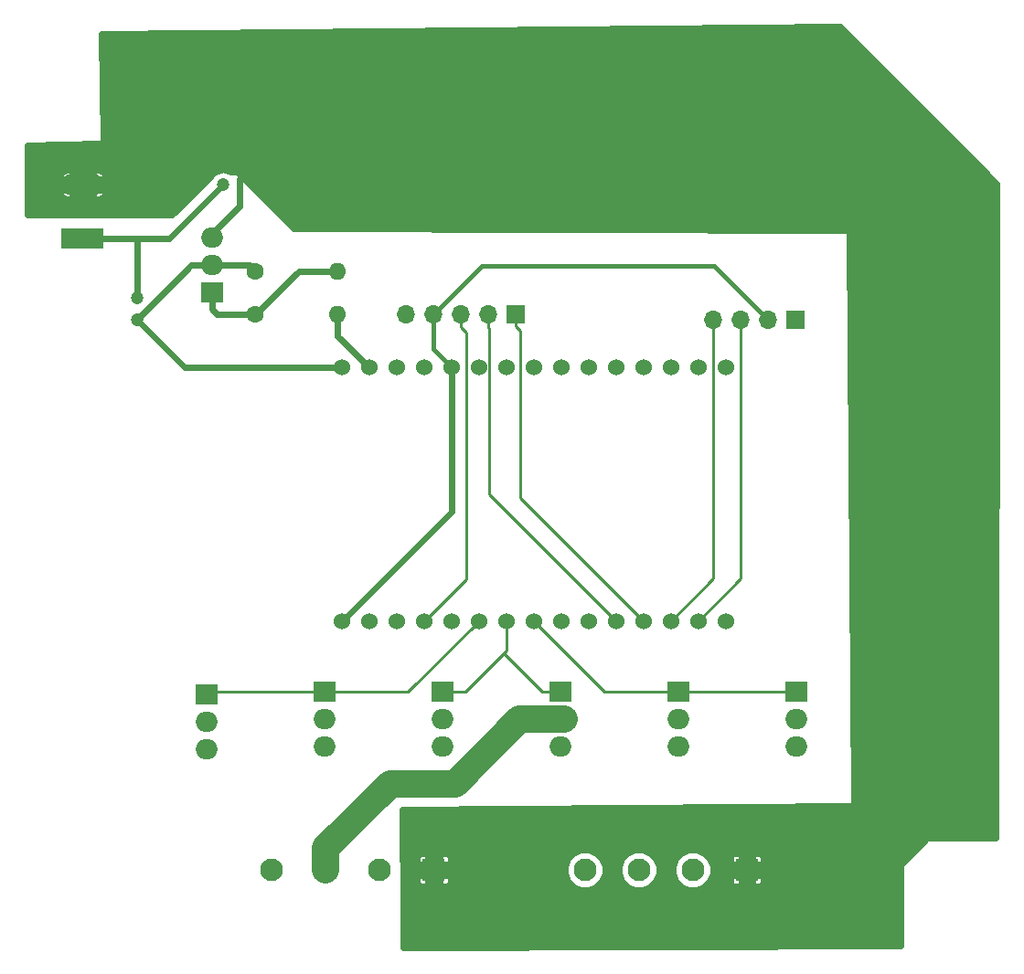
<source format=gbr>
G04 #@! TF.GenerationSoftware,KiCad,Pcbnew,5.0.2+dfsg1-1*
G04 #@! TF.CreationDate,2020-10-29T13:50:34+01:00*
G04 #@! TF.ProjectId,led_panel,6c65645f-7061-46e6-956c-2e6b69636164,rev?*
G04 #@! TF.SameCoordinates,Original*
G04 #@! TF.FileFunction,Copper,L1,Top*
G04 #@! TF.FilePolarity,Positive*
%FSLAX46Y46*%
G04 Gerber Fmt 4.6, Leading zero omitted, Abs format (unit mm)*
G04 Created by KiCad (PCBNEW 5.0.2+dfsg1-1) date Thu 29 Oct 2020 01:50:34 PM CET*
%MOMM*%
%LPD*%
G01*
G04 APERTURE LIST*
G04 #@! TA.AperFunction,ComponentPad*
%ADD10C,2.100000*%
G04 #@! TD*
G04 #@! TA.AperFunction,ComponentPad*
%ADD11R,2.100000X2.100000*%
G04 #@! TD*
G04 #@! TA.AperFunction,ComponentPad*
%ADD12C,1.200000*%
G04 #@! TD*
G04 #@! TA.AperFunction,ComponentPad*
%ADD13R,3.960000X1.980000*%
G04 #@! TD*
G04 #@! TA.AperFunction,ComponentPad*
%ADD14O,3.960000X1.980000*%
G04 #@! TD*
G04 #@! TA.AperFunction,ComponentPad*
%ADD15R,2.000000X1.905000*%
G04 #@! TD*
G04 #@! TA.AperFunction,ComponentPad*
%ADD16O,2.000000X1.905000*%
G04 #@! TD*
G04 #@! TA.AperFunction,ComponentPad*
%ADD17C,1.600000*%
G04 #@! TD*
G04 #@! TA.AperFunction,ComponentPad*
%ADD18O,1.600000X1.600000*%
G04 #@! TD*
G04 #@! TA.AperFunction,ComponentPad*
%ADD19R,1.700000X1.700000*%
G04 #@! TD*
G04 #@! TA.AperFunction,ComponentPad*
%ADD20O,1.700000X1.700000*%
G04 #@! TD*
G04 #@! TA.AperFunction,ComponentPad*
%ADD21C,1.524000*%
G04 #@! TD*
G04 #@! TA.AperFunction,Conductor*
%ADD22C,0.600000*%
G04 #@! TD*
G04 #@! TA.AperFunction,Conductor*
%ADD23C,2.500000*%
G04 #@! TD*
G04 #@! TA.AperFunction,Conductor*
%ADD24C,0.250000*%
G04 #@! TD*
G04 #@! TA.AperFunction,Conductor*
%ADD25C,0.400000*%
G04 #@! TD*
G04 APERTURE END LIST*
D10*
G04 #@! TO.P,J1,4*
G04 #@! TO.N,Net-(J1-Pad4)*
X118460001Y-115805001D03*
G04 #@! TO.P,J1,3*
G04 #@! TO.N,Net-(J1-Pad3)*
X123460001Y-115805001D03*
G04 #@! TO.P,J1,2*
G04 #@! TO.N,Net-(J1-Pad2)*
X128460001Y-115805001D03*
D11*
G04 #@! TO.P,J1,1*
G04 #@! TO.N,+12V*
X133460001Y-115805001D03*
G04 #@! TD*
D10*
G04 #@! TO.P,J3,4*
G04 #@! TO.N,Net-(J3-Pad4)*
X147460001Y-115805001D03*
G04 #@! TO.P,J3,3*
G04 #@! TO.N,Net-(J3-Pad3)*
X152460001Y-115805001D03*
G04 #@! TO.P,J3,2*
G04 #@! TO.N,Net-(J3-Pad2)*
X157460001Y-115805001D03*
D11*
G04 #@! TO.P,J3,1*
G04 #@! TO.N,+12V*
X162460001Y-115805001D03*
G04 #@! TD*
D12*
G04 #@! TO.P,C1,2*
G04 #@! TO.N,Earth*
X113960001Y-52305001D03*
G04 #@! TO.P,C1,1*
G04 #@! TO.N,+12V*
X113960001Y-50305001D03*
G04 #@! TD*
G04 #@! TO.P,C2,1*
G04 #@! TO.N,/5V*
X105960001Y-64805001D03*
G04 #@! TO.P,C2,2*
G04 #@! TO.N,Earth*
X105960001Y-62805001D03*
G04 #@! TD*
D13*
G04 #@! TO.P,J2,1*
G04 #@! TO.N,Earth*
X100960001Y-57305001D03*
D14*
G04 #@! TO.P,J2,2*
G04 #@! TO.N,+12V*
X100960001Y-52305001D03*
G04 #@! TD*
D15*
G04 #@! TO.P,Q1,1*
G04 #@! TO.N,/GREEN*
X156140001Y-99305001D03*
D16*
G04 #@! TO.P,Q1,2*
G04 #@! TO.N,Net-(J1-Pad2)*
X156140001Y-101845001D03*
G04 #@! TO.P,Q1,3*
G04 #@! TO.N,Earth*
X156140001Y-104385001D03*
G04 #@! TD*
D15*
G04 #@! TO.P,Q2,1*
G04 #@! TO.N,/GREEN*
X167060001Y-99305001D03*
D16*
G04 #@! TO.P,Q2,2*
G04 #@! TO.N,Net-(J3-Pad2)*
X167060001Y-101845001D03*
G04 #@! TO.P,Q2,3*
G04 #@! TO.N,Earth*
X167060001Y-104385001D03*
G04 #@! TD*
D15*
G04 #@! TO.P,Q3,1*
G04 #@! TO.N,/RED*
X145220001Y-99305001D03*
D16*
G04 #@! TO.P,Q3,2*
G04 #@! TO.N,Net-(J1-Pad3)*
X145220001Y-101845001D03*
G04 #@! TO.P,Q3,3*
G04 #@! TO.N,Earth*
X145220001Y-104385001D03*
G04 #@! TD*
G04 #@! TO.P,Q4,3*
G04 #@! TO.N,Earth*
X134300001Y-104385001D03*
G04 #@! TO.P,Q4,2*
G04 #@! TO.N,Net-(J3-Pad3)*
X134300001Y-101845001D03*
D15*
G04 #@! TO.P,Q4,1*
G04 #@! TO.N,/RED*
X134300001Y-99305001D03*
G04 #@! TD*
D16*
G04 #@! TO.P,Q5,3*
G04 #@! TO.N,Earth*
X123380001Y-104385001D03*
G04 #@! TO.P,Q5,2*
G04 #@! TO.N,Net-(J1-Pad4)*
X123380001Y-101845001D03*
D15*
G04 #@! TO.P,Q5,1*
G04 #@! TO.N,/BLUE*
X123380001Y-99305001D03*
G04 #@! TD*
D16*
G04 #@! TO.P,Q6,3*
G04 #@! TO.N,Earth*
X112460001Y-104585001D03*
G04 #@! TO.P,Q6,2*
G04 #@! TO.N,Net-(J3-Pad4)*
X112460001Y-102045001D03*
D15*
G04 #@! TO.P,Q6,1*
G04 #@! TO.N,/BLUE*
X112460001Y-99505001D03*
G04 #@! TD*
D17*
G04 #@! TO.P,R5,1*
G04 #@! TO.N,/5V*
X116960001Y-60305001D03*
D18*
G04 #@! TO.P,R5,2*
G04 #@! TO.N,Net-(R5-Pad2)*
X124580001Y-60305001D03*
G04 #@! TD*
D17*
G04 #@! TO.P,R6,1*
G04 #@! TO.N,Net-(R5-Pad2)*
X116960001Y-64305001D03*
D18*
G04 #@! TO.P,R6,2*
G04 #@! TO.N,Earth*
X124580001Y-64305001D03*
G04 #@! TD*
D19*
G04 #@! TO.P,SW1,1*
G04 #@! TO.N,/ROT+*
X141035001Y-64305001D03*
D20*
G04 #@! TO.P,SW1,2*
G04 #@! TO.N,/ROT-*
X138495001Y-64305001D03*
G04 #@! TO.P,SW1,3*
G04 #@! TO.N,/BUTTON*
X135955001Y-64305001D03*
G04 #@! TO.P,SW1,4*
G04 #@! TO.N,/3V3*
X133415001Y-64305001D03*
G04 #@! TO.P,SW1,5*
G04 #@! TO.N,Earth*
X130875001Y-64305001D03*
G04 #@! TD*
D21*
G04 #@! TO.P,U1,1*
G04 #@! TO.N,Net-(U1-Pad1)*
X160510001Y-69240001D03*
G04 #@! TO.P,U1,2*
G04 #@! TO.N,Net-(U1-Pad2)*
X157970001Y-69240001D03*
G04 #@! TO.P,U1,3*
G04 #@! TO.N,Net-(U1-Pad3)*
X155430001Y-69240001D03*
G04 #@! TO.P,U1,4*
G04 #@! TO.N,Net-(U1-Pad4)*
X152890001Y-69240001D03*
G04 #@! TO.P,U1,5*
G04 #@! TO.N,Net-(U1-Pad5)*
X150350001Y-69240001D03*
G04 #@! TO.P,U1,6*
G04 #@! TO.N,Net-(U1-Pad6)*
X147810001Y-69240001D03*
G04 #@! TO.P,U1,7*
G04 #@! TO.N,Net-(U1-Pad7)*
X145270001Y-69240001D03*
G04 #@! TO.P,U1,8*
G04 #@! TO.N,Net-(U1-Pad8)*
X142730001Y-69240001D03*
G04 #@! TO.P,U1,9*
G04 #@! TO.N,Net-(U1-Pad9)*
X140190001Y-69240001D03*
G04 #@! TO.P,U1,10*
G04 #@! TO.N,Earth*
X137650001Y-69240001D03*
G04 #@! TO.P,U1,11*
G04 #@! TO.N,/3V3*
X135110001Y-69240001D03*
G04 #@! TO.P,U1,12*
G04 #@! TO.N,Net-(U1-Pad12)*
X132570001Y-69240001D03*
G04 #@! TO.P,U1,13*
G04 #@! TO.N,Net-(U1-Pad13)*
X130030001Y-69240001D03*
G04 #@! TO.P,U1,14*
G04 #@! TO.N,Earth*
X127490001Y-69240001D03*
G04 #@! TO.P,U1,15*
G04 #@! TO.N,/5V*
X124950001Y-69240001D03*
G04 #@! TO.P,U1,16*
G04 #@! TO.N,/3V3*
X124950001Y-92735001D03*
G04 #@! TO.P,U1,17*
G04 #@! TO.N,Earth*
X127490001Y-92735001D03*
G04 #@! TO.P,U1,18*
G04 #@! TO.N,Net-(U1-Pad18)*
X130030001Y-92735001D03*
G04 #@! TO.P,U1,19*
G04 #@! TO.N,/BUTTON*
X132570001Y-92735001D03*
G04 #@! TO.P,U1,20*
G04 #@! TO.N,Net-(U1-Pad20)*
X135110001Y-92735001D03*
G04 #@! TO.P,U1,21*
G04 #@! TO.N,/BLUE*
X137650001Y-92735001D03*
G04 #@! TO.P,U1,22*
G04 #@! TO.N,/RED*
X140190001Y-92735001D03*
G04 #@! TO.P,U1,23*
G04 #@! TO.N,/GREEN*
X142730001Y-92735001D03*
G04 #@! TO.P,U1,24*
G04 #@! TO.N,Earth*
X145270001Y-92735001D03*
G04 #@! TO.P,U1,25*
G04 #@! TO.N,Net-(U1-Pad25)*
X147810001Y-92735001D03*
G04 #@! TO.P,U1,26*
G04 #@! TO.N,/ROT-*
X150350001Y-92735001D03*
G04 #@! TO.P,U1,27*
G04 #@! TO.N,/ROT+*
X152890001Y-92735001D03*
G04 #@! TO.P,U1,28*
G04 #@! TO.N,/SDA*
X155430001Y-92735001D03*
G04 #@! TO.P,U1,29*
G04 #@! TO.N,/SCL*
X157970001Y-92735001D03*
G04 #@! TO.P,U1,30*
G04 #@! TO.N,Net-(U1-Pad30)*
X160510001Y-92735001D03*
G04 #@! TD*
D15*
G04 #@! TO.P,U2,1*
G04 #@! TO.N,Net-(R5-Pad2)*
X112960001Y-62305001D03*
D16*
G04 #@! TO.P,U2,2*
G04 #@! TO.N,/5V*
X112960001Y-59765001D03*
G04 #@! TO.P,U2,3*
G04 #@! TO.N,+12V*
X112960001Y-57225001D03*
G04 #@! TD*
D19*
G04 #@! TO.P,U3,1*
G04 #@! TO.N,Earth*
X166960001Y-64805001D03*
D20*
G04 #@! TO.P,U3,2*
G04 #@! TO.N,/3V3*
X164420001Y-64805001D03*
G04 #@! TO.P,U3,3*
G04 #@! TO.N,/SCL*
X161880001Y-64805001D03*
G04 #@! TO.P,U3,4*
G04 #@! TO.N,/SDA*
X159340001Y-64805001D03*
G04 #@! TD*
D22*
G04 #@! TO.N,Earth*
X105960001Y-62805001D02*
X105960001Y-57305001D01*
X105960001Y-57305001D02*
X100960001Y-57305001D01*
X108960001Y-57305001D02*
X113960001Y-52305001D01*
X105960001Y-57305001D02*
X108960001Y-57305001D01*
X124580001Y-66330001D02*
X127490001Y-69240001D01*
X124580001Y-64305001D02*
X124580001Y-66330001D01*
G04 #@! TO.N,+12V*
X115460001Y-54305001D02*
X115460001Y-51805001D01*
X112960001Y-57225001D02*
X112960001Y-56805001D01*
X112960001Y-56805001D02*
X115460001Y-54305001D01*
G04 #@! TO.N,/5V*
X116420001Y-59765001D02*
X116960001Y-60305001D01*
X112960001Y-59765001D02*
X116420001Y-59765001D01*
X111000001Y-59765001D02*
X112960001Y-59765001D01*
X105960001Y-64805001D02*
X111000001Y-59765001D01*
X110395001Y-69240001D02*
X124950001Y-69240001D01*
X105960001Y-64805001D02*
X110395001Y-69240001D01*
D23*
G04 #@! TO.N,Net-(J1-Pad3)*
X123460001Y-113805001D02*
X123460001Y-115805001D01*
X129460001Y-107805001D02*
X123460001Y-113805001D01*
X135460001Y-107805001D02*
X129460001Y-107805001D01*
X145560001Y-101845001D02*
X141420001Y-101845001D01*
X141420001Y-101845001D02*
X135460001Y-107805001D01*
D24*
G04 #@! TO.N,/GREEN*
X163960001Y-99305001D02*
X167060001Y-99305001D01*
X142730001Y-92735001D02*
X149300001Y-99305001D01*
X149300001Y-99305001D02*
X163960001Y-99305001D01*
G04 #@! TO.N,/RED*
X136407501Y-99305001D02*
X136360001Y-99305001D01*
X140190001Y-92735001D02*
X140190001Y-95522501D01*
X143512501Y-99305001D02*
X145560001Y-99305001D01*
X139960001Y-95752501D02*
X143512501Y-99305001D01*
X139960001Y-95752501D02*
X136407501Y-99305001D01*
X140190001Y-95522501D02*
X139960001Y-95752501D01*
X134347501Y-99305001D02*
X136407501Y-99305001D01*
X134300001Y-99305001D02*
X134347501Y-99305001D01*
G04 #@! TO.N,/BLUE*
X131080001Y-99305001D02*
X127160001Y-99305001D01*
X137650001Y-92735001D02*
X131080001Y-99305001D01*
X127160001Y-99305001D02*
X125910001Y-99305001D01*
X118160001Y-99305001D02*
X117960001Y-99305001D01*
X125910001Y-99305001D02*
X118160001Y-99305001D01*
X112660001Y-99305001D02*
X112460001Y-99505001D01*
X118160001Y-99305001D02*
X112660001Y-99305001D01*
D22*
G04 #@! TO.N,Net-(R5-Pad2)*
X112960001Y-63857501D02*
X112960001Y-62305001D01*
X113407501Y-64305001D02*
X112960001Y-63857501D01*
X116960001Y-64305001D02*
X113407501Y-64305001D01*
X120960001Y-60305001D02*
X124580001Y-60305001D01*
X116960001Y-64305001D02*
X120960001Y-60305001D01*
D24*
G04 #@! TO.N,/ROT+*
X152128002Y-91973002D02*
X152890001Y-92735001D01*
X141460001Y-65830001D02*
X141460001Y-81305001D01*
X141460001Y-81305001D02*
X152128002Y-91973002D01*
X141035001Y-64305001D02*
X141035001Y-65405001D01*
X141035001Y-65405001D02*
X141460001Y-65830001D01*
G04 #@! TO.N,/ROT-*
X149588002Y-91973002D02*
X150350001Y-92735001D01*
X138637002Y-81022002D02*
X149588002Y-91973002D01*
X138637002Y-65649083D02*
X138637002Y-81022002D01*
X138495001Y-65507082D02*
X138637002Y-65649083D01*
X138495001Y-64305001D02*
X138495001Y-65507082D01*
G04 #@! TO.N,/BUTTON*
X133332000Y-91973002D02*
X132570001Y-92735001D01*
X136460001Y-88845001D02*
X133332000Y-91973002D01*
X136460001Y-66012082D02*
X136460001Y-88845001D01*
X135955001Y-64305001D02*
X135955001Y-65507082D01*
X135955001Y-65507082D02*
X136460001Y-66012082D01*
D25*
G04 #@! TO.N,/3V3*
X133415001Y-67545001D02*
X135110001Y-69240001D01*
X133415001Y-64305001D02*
X133415001Y-67545001D01*
X163570002Y-63955002D02*
X164420001Y-64805001D01*
X159420001Y-59805001D02*
X163570002Y-63955002D01*
X137915001Y-59805001D02*
X159420001Y-59805001D01*
X133415001Y-64305001D02*
X137915001Y-59805001D01*
D22*
X135110001Y-82575001D02*
X124950001Y-92735001D01*
X135110001Y-69240001D02*
X135110001Y-82575001D01*
D24*
G04 #@! TO.N,/SDA*
X159340001Y-88825001D02*
X155430001Y-92735001D01*
X159340001Y-64805001D02*
X159340001Y-88825001D01*
G04 #@! TO.N,/SCL*
X161880001Y-88825001D02*
X161880001Y-64805001D01*
X157970001Y-92735001D02*
X161880001Y-88825001D01*
G04 #@! TD*
D22*
G04 #@! TO.N,+12V*
G36*
X185609696Y-52178960D02*
X185460737Y-112805001D01*
X179260001Y-112805001D01*
X179145196Y-112827837D01*
X179039222Y-112901884D01*
X176739222Y-115401884D01*
X176678298Y-115501834D01*
X176660001Y-115605001D01*
X176660001Y-122806286D01*
X130657761Y-123003721D01*
X130608890Y-116455001D01*
X131910001Y-116455001D01*
X131910001Y-116954457D01*
X131986122Y-117138228D01*
X132126774Y-117278881D01*
X132310545Y-117355001D01*
X132810001Y-117355001D01*
X132935001Y-117230001D01*
X132935001Y-116330001D01*
X133985001Y-116330001D01*
X133985001Y-117230001D01*
X134110001Y-117355001D01*
X134609457Y-117355001D01*
X134793228Y-117278881D01*
X134933880Y-117138228D01*
X135010001Y-116954457D01*
X135010001Y-116455001D01*
X134885001Y-116330001D01*
X133985001Y-116330001D01*
X132935001Y-116330001D01*
X132035001Y-116330001D01*
X131910001Y-116455001D01*
X130608890Y-116455001D01*
X130601294Y-115437013D01*
X145610001Y-115437013D01*
X145610001Y-116172989D01*
X145891646Y-116852942D01*
X146412060Y-117373356D01*
X147092013Y-117655001D01*
X147827989Y-117655001D01*
X148507942Y-117373356D01*
X149028356Y-116852942D01*
X149310001Y-116172989D01*
X149310001Y-115437013D01*
X150610001Y-115437013D01*
X150610001Y-116172989D01*
X150891646Y-116852942D01*
X151412060Y-117373356D01*
X152092013Y-117655001D01*
X152827989Y-117655001D01*
X153507942Y-117373356D01*
X154028356Y-116852942D01*
X154310001Y-116172989D01*
X154310001Y-115437013D01*
X155610001Y-115437013D01*
X155610001Y-116172989D01*
X155891646Y-116852942D01*
X156412060Y-117373356D01*
X157092013Y-117655001D01*
X157827989Y-117655001D01*
X158507942Y-117373356D01*
X159028356Y-116852942D01*
X159193188Y-116455001D01*
X160910001Y-116455001D01*
X160910001Y-116954457D01*
X160986122Y-117138228D01*
X161126774Y-117278881D01*
X161310545Y-117355001D01*
X161810001Y-117355001D01*
X161935001Y-117230001D01*
X161935001Y-116330001D01*
X162985001Y-116330001D01*
X162985001Y-117230001D01*
X163110001Y-117355001D01*
X163609457Y-117355001D01*
X163793228Y-117278881D01*
X163933880Y-117138228D01*
X164010001Y-116954457D01*
X164010001Y-116455001D01*
X163885001Y-116330001D01*
X162985001Y-116330001D01*
X161935001Y-116330001D01*
X161035001Y-116330001D01*
X160910001Y-116455001D01*
X159193188Y-116455001D01*
X159310001Y-116172989D01*
X159310001Y-115437013D01*
X159028356Y-114757060D01*
X158926841Y-114655545D01*
X160910001Y-114655545D01*
X160910001Y-115155001D01*
X161035001Y-115280001D01*
X161935001Y-115280001D01*
X161935001Y-114380001D01*
X162985001Y-114380001D01*
X162985001Y-115280001D01*
X163885001Y-115280001D01*
X164010001Y-115155001D01*
X164010001Y-114655545D01*
X163933880Y-114471774D01*
X163793228Y-114331121D01*
X163609457Y-114255001D01*
X163110001Y-114255001D01*
X162985001Y-114380001D01*
X161935001Y-114380001D01*
X161810001Y-114255001D01*
X161310545Y-114255001D01*
X161126774Y-114331121D01*
X160986122Y-114471774D01*
X160910001Y-114655545D01*
X158926841Y-114655545D01*
X158507942Y-114236646D01*
X157827989Y-113955001D01*
X157092013Y-113955001D01*
X156412060Y-114236646D01*
X155891646Y-114757060D01*
X155610001Y-115437013D01*
X154310001Y-115437013D01*
X154028356Y-114757060D01*
X153507942Y-114236646D01*
X152827989Y-113955001D01*
X152092013Y-113955001D01*
X151412060Y-114236646D01*
X150891646Y-114757060D01*
X150610001Y-115437013D01*
X149310001Y-115437013D01*
X149028356Y-114757060D01*
X148507942Y-114236646D01*
X147827989Y-113955001D01*
X147092013Y-113955001D01*
X146412060Y-114236646D01*
X145891646Y-114757060D01*
X145610001Y-115437013D01*
X130601294Y-115437013D01*
X130595462Y-114655545D01*
X131910001Y-114655545D01*
X131910001Y-115155001D01*
X132035001Y-115280001D01*
X132935001Y-115280001D01*
X132935001Y-114380001D01*
X133985001Y-114380001D01*
X133985001Y-115280001D01*
X134885001Y-115280001D01*
X135010001Y-115155001D01*
X135010001Y-114655545D01*
X134933880Y-114471774D01*
X134793228Y-114331121D01*
X134609457Y-114255001D01*
X134110001Y-114255001D01*
X133985001Y-114380001D01*
X132935001Y-114380001D01*
X132810001Y-114255001D01*
X132310545Y-114255001D01*
X132126774Y-114331121D01*
X131986122Y-114471774D01*
X131910001Y-114655545D01*
X130595462Y-114655545D01*
X130562232Y-110202839D01*
X172062154Y-109904993D01*
X172176792Y-109881334D01*
X172273650Y-109815605D01*
X172337982Y-109717814D01*
X172359992Y-109602728D01*
X171959992Y-56802728D01*
X171936287Y-56688100D01*
X171870520Y-56591268D01*
X171772703Y-56526975D01*
X171660586Y-56505002D01*
X120484508Y-56405244D01*
X115272133Y-51192869D01*
X115174806Y-51127837D01*
X115060001Y-51105001D01*
X114721322Y-51105001D01*
X114238478Y-50905001D01*
X114135737Y-50905001D01*
X113960001Y-50729265D01*
X113784265Y-50905001D01*
X113681524Y-50905001D01*
X113166964Y-51118138D01*
X112773138Y-51511964D01*
X112733798Y-51606940D01*
X109235737Y-55105001D01*
X95860001Y-55105001D01*
X95860001Y-53013756D01*
X98659365Y-53013756D01*
X98764565Y-53180801D01*
X99191478Y-53575435D01*
X99736914Y-53776657D01*
X99970001Y-53670001D01*
X99970001Y-52800001D01*
X101950001Y-52800001D01*
X101950001Y-53670001D01*
X102183088Y-53776657D01*
X102728524Y-53575435D01*
X103155437Y-53180801D01*
X103260637Y-53013756D01*
X103222086Y-52800001D01*
X101950001Y-52800001D01*
X99970001Y-52800001D01*
X98697916Y-52800001D01*
X98659365Y-53013756D01*
X95860001Y-53013756D01*
X95860001Y-51596246D01*
X98659365Y-51596246D01*
X98697916Y-51810001D01*
X99970001Y-51810001D01*
X99970001Y-50940001D01*
X101950001Y-50940001D01*
X101950001Y-51810001D01*
X103222086Y-51810001D01*
X103260637Y-51596246D01*
X103155437Y-51429201D01*
X102728524Y-51034567D01*
X102183088Y-50833345D01*
X101950001Y-50940001D01*
X99970001Y-50940001D01*
X99736914Y-50833345D01*
X99191478Y-51034567D01*
X98764565Y-51429201D01*
X98659365Y-51596246D01*
X95860001Y-51596246D01*
X95860001Y-50344431D01*
X112839144Y-50344431D01*
X112909375Y-50697505D01*
X113075890Y-50764848D01*
X113535737Y-50305001D01*
X114384265Y-50305001D01*
X114844112Y-50764848D01*
X115010627Y-50697505D01*
X115080858Y-50265571D01*
X115010627Y-49912497D01*
X114844112Y-49845154D01*
X114384265Y-50305001D01*
X113535737Y-50305001D01*
X113075890Y-49845154D01*
X112909375Y-49912497D01*
X112839144Y-50344431D01*
X95860001Y-50344431D01*
X95860001Y-49420890D01*
X113500154Y-49420890D01*
X113960001Y-49880737D01*
X114419848Y-49420890D01*
X114352505Y-49254375D01*
X113920571Y-49184144D01*
X113567497Y-49254375D01*
X113500154Y-49420890D01*
X95860001Y-49420890D01*
X95860001Y-48697072D01*
X102568034Y-48517393D01*
X102682186Y-48491491D01*
X102777737Y-48423877D01*
X102840140Y-48324843D01*
X102859944Y-48211634D01*
X102665872Y-38289682D01*
X171086890Y-37656154D01*
X185609696Y-52178960D01*
X185609696Y-52178960D01*
G37*
X185609696Y-52178960D02*
X185460737Y-112805001D01*
X179260001Y-112805001D01*
X179145196Y-112827837D01*
X179039222Y-112901884D01*
X176739222Y-115401884D01*
X176678298Y-115501834D01*
X176660001Y-115605001D01*
X176660001Y-122806286D01*
X130657761Y-123003721D01*
X130608890Y-116455001D01*
X131910001Y-116455001D01*
X131910001Y-116954457D01*
X131986122Y-117138228D01*
X132126774Y-117278881D01*
X132310545Y-117355001D01*
X132810001Y-117355001D01*
X132935001Y-117230001D01*
X132935001Y-116330001D01*
X133985001Y-116330001D01*
X133985001Y-117230001D01*
X134110001Y-117355001D01*
X134609457Y-117355001D01*
X134793228Y-117278881D01*
X134933880Y-117138228D01*
X135010001Y-116954457D01*
X135010001Y-116455001D01*
X134885001Y-116330001D01*
X133985001Y-116330001D01*
X132935001Y-116330001D01*
X132035001Y-116330001D01*
X131910001Y-116455001D01*
X130608890Y-116455001D01*
X130601294Y-115437013D01*
X145610001Y-115437013D01*
X145610001Y-116172989D01*
X145891646Y-116852942D01*
X146412060Y-117373356D01*
X147092013Y-117655001D01*
X147827989Y-117655001D01*
X148507942Y-117373356D01*
X149028356Y-116852942D01*
X149310001Y-116172989D01*
X149310001Y-115437013D01*
X150610001Y-115437013D01*
X150610001Y-116172989D01*
X150891646Y-116852942D01*
X151412060Y-117373356D01*
X152092013Y-117655001D01*
X152827989Y-117655001D01*
X153507942Y-117373356D01*
X154028356Y-116852942D01*
X154310001Y-116172989D01*
X154310001Y-115437013D01*
X155610001Y-115437013D01*
X155610001Y-116172989D01*
X155891646Y-116852942D01*
X156412060Y-117373356D01*
X157092013Y-117655001D01*
X157827989Y-117655001D01*
X158507942Y-117373356D01*
X159028356Y-116852942D01*
X159193188Y-116455001D01*
X160910001Y-116455001D01*
X160910001Y-116954457D01*
X160986122Y-117138228D01*
X161126774Y-117278881D01*
X161310545Y-117355001D01*
X161810001Y-117355001D01*
X161935001Y-117230001D01*
X161935001Y-116330001D01*
X162985001Y-116330001D01*
X162985001Y-117230001D01*
X163110001Y-117355001D01*
X163609457Y-117355001D01*
X163793228Y-117278881D01*
X163933880Y-117138228D01*
X164010001Y-116954457D01*
X164010001Y-116455001D01*
X163885001Y-116330001D01*
X162985001Y-116330001D01*
X161935001Y-116330001D01*
X161035001Y-116330001D01*
X160910001Y-116455001D01*
X159193188Y-116455001D01*
X159310001Y-116172989D01*
X159310001Y-115437013D01*
X159028356Y-114757060D01*
X158926841Y-114655545D01*
X160910001Y-114655545D01*
X160910001Y-115155001D01*
X161035001Y-115280001D01*
X161935001Y-115280001D01*
X161935001Y-114380001D01*
X162985001Y-114380001D01*
X162985001Y-115280001D01*
X163885001Y-115280001D01*
X164010001Y-115155001D01*
X164010001Y-114655545D01*
X163933880Y-114471774D01*
X163793228Y-114331121D01*
X163609457Y-114255001D01*
X163110001Y-114255001D01*
X162985001Y-114380001D01*
X161935001Y-114380001D01*
X161810001Y-114255001D01*
X161310545Y-114255001D01*
X161126774Y-114331121D01*
X160986122Y-114471774D01*
X160910001Y-114655545D01*
X158926841Y-114655545D01*
X158507942Y-114236646D01*
X157827989Y-113955001D01*
X157092013Y-113955001D01*
X156412060Y-114236646D01*
X155891646Y-114757060D01*
X155610001Y-115437013D01*
X154310001Y-115437013D01*
X154028356Y-114757060D01*
X153507942Y-114236646D01*
X152827989Y-113955001D01*
X152092013Y-113955001D01*
X151412060Y-114236646D01*
X150891646Y-114757060D01*
X150610001Y-115437013D01*
X149310001Y-115437013D01*
X149028356Y-114757060D01*
X148507942Y-114236646D01*
X147827989Y-113955001D01*
X147092013Y-113955001D01*
X146412060Y-114236646D01*
X145891646Y-114757060D01*
X145610001Y-115437013D01*
X130601294Y-115437013D01*
X130595462Y-114655545D01*
X131910001Y-114655545D01*
X131910001Y-115155001D01*
X132035001Y-115280001D01*
X132935001Y-115280001D01*
X132935001Y-114380001D01*
X133985001Y-114380001D01*
X133985001Y-115280001D01*
X134885001Y-115280001D01*
X135010001Y-115155001D01*
X135010001Y-114655545D01*
X134933880Y-114471774D01*
X134793228Y-114331121D01*
X134609457Y-114255001D01*
X134110001Y-114255001D01*
X133985001Y-114380001D01*
X132935001Y-114380001D01*
X132810001Y-114255001D01*
X132310545Y-114255001D01*
X132126774Y-114331121D01*
X131986122Y-114471774D01*
X131910001Y-114655545D01*
X130595462Y-114655545D01*
X130562232Y-110202839D01*
X172062154Y-109904993D01*
X172176792Y-109881334D01*
X172273650Y-109815605D01*
X172337982Y-109717814D01*
X172359992Y-109602728D01*
X171959992Y-56802728D01*
X171936287Y-56688100D01*
X171870520Y-56591268D01*
X171772703Y-56526975D01*
X171660586Y-56505002D01*
X120484508Y-56405244D01*
X115272133Y-51192869D01*
X115174806Y-51127837D01*
X115060001Y-51105001D01*
X114721322Y-51105001D01*
X114238478Y-50905001D01*
X114135737Y-50905001D01*
X113960001Y-50729265D01*
X113784265Y-50905001D01*
X113681524Y-50905001D01*
X113166964Y-51118138D01*
X112773138Y-51511964D01*
X112733798Y-51606940D01*
X109235737Y-55105001D01*
X95860001Y-55105001D01*
X95860001Y-53013756D01*
X98659365Y-53013756D01*
X98764565Y-53180801D01*
X99191478Y-53575435D01*
X99736914Y-53776657D01*
X99970001Y-53670001D01*
X99970001Y-52800001D01*
X101950001Y-52800001D01*
X101950001Y-53670001D01*
X102183088Y-53776657D01*
X102728524Y-53575435D01*
X103155437Y-53180801D01*
X103260637Y-53013756D01*
X103222086Y-52800001D01*
X101950001Y-52800001D01*
X99970001Y-52800001D01*
X98697916Y-52800001D01*
X98659365Y-53013756D01*
X95860001Y-53013756D01*
X95860001Y-51596246D01*
X98659365Y-51596246D01*
X98697916Y-51810001D01*
X99970001Y-51810001D01*
X99970001Y-50940001D01*
X101950001Y-50940001D01*
X101950001Y-51810001D01*
X103222086Y-51810001D01*
X103260637Y-51596246D01*
X103155437Y-51429201D01*
X102728524Y-51034567D01*
X102183088Y-50833345D01*
X101950001Y-50940001D01*
X99970001Y-50940001D01*
X99736914Y-50833345D01*
X99191478Y-51034567D01*
X98764565Y-51429201D01*
X98659365Y-51596246D01*
X95860001Y-51596246D01*
X95860001Y-50344431D01*
X112839144Y-50344431D01*
X112909375Y-50697505D01*
X113075890Y-50764848D01*
X113535737Y-50305001D01*
X114384265Y-50305001D01*
X114844112Y-50764848D01*
X115010627Y-50697505D01*
X115080858Y-50265571D01*
X115010627Y-49912497D01*
X114844112Y-49845154D01*
X114384265Y-50305001D01*
X113535737Y-50305001D01*
X113075890Y-49845154D01*
X112909375Y-49912497D01*
X112839144Y-50344431D01*
X95860001Y-50344431D01*
X95860001Y-49420890D01*
X113500154Y-49420890D01*
X113960001Y-49880737D01*
X114419848Y-49420890D01*
X114352505Y-49254375D01*
X113920571Y-49184144D01*
X113567497Y-49254375D01*
X113500154Y-49420890D01*
X95860001Y-49420890D01*
X95860001Y-48697072D01*
X102568034Y-48517393D01*
X102682186Y-48491491D01*
X102777737Y-48423877D01*
X102840140Y-48324843D01*
X102859944Y-48211634D01*
X102665872Y-38289682D01*
X171086890Y-37656154D01*
X185609696Y-52178960D01*
G04 #@! TD*
M02*

</source>
